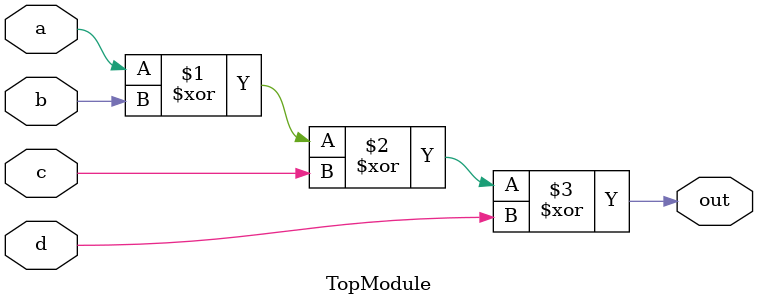
<source format=v>
module TopModule (
  input a,
  input b,
  input c,
  input d,
  output out
);

  assign out = a ^ b ^ c ^ d;

endmodule


</source>
